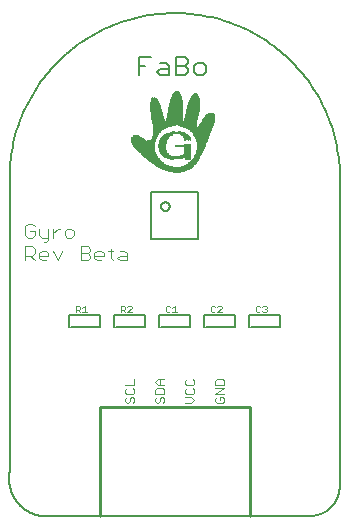
<source format=gto>
G75*
%MOIN*%
%OFA0B0*%
%FSLAX25Y25*%
%IPPOS*%
%LPD*%
%AMOC8*
5,1,8,0,0,1.08239X$1,22.5*
%
%ADD10C,0.00400*%
%ADD11C,0.00500*%
%ADD12C,0.01000*%
%ADD13R,0.00100X0.01100*%
%ADD14R,0.00100X0.01600*%
%ADD15R,0.00100X0.01900*%
%ADD16R,0.00100X0.02200*%
%ADD17R,0.00100X0.02500*%
%ADD18R,0.00100X0.02800*%
%ADD19R,0.00100X0.03100*%
%ADD20R,0.00100X0.03300*%
%ADD21R,0.00100X0.03500*%
%ADD22R,0.00100X0.03700*%
%ADD23R,0.00100X0.03800*%
%ADD24R,0.00100X0.04100*%
%ADD25R,0.00100X0.04200*%
%ADD26R,0.00100X0.04400*%
%ADD27R,0.00100X0.04500*%
%ADD28R,0.00100X0.04700*%
%ADD29R,0.00100X0.04900*%
%ADD30R,0.00100X0.05000*%
%ADD31R,0.00100X0.05100*%
%ADD32R,0.00100X0.05200*%
%ADD33R,0.00100X0.05300*%
%ADD34R,0.00100X0.05400*%
%ADD35R,0.00100X0.05500*%
%ADD36R,0.00100X0.05600*%
%ADD37R,0.00100X0.05700*%
%ADD38R,0.00100X0.05800*%
%ADD39R,0.00100X0.05900*%
%ADD40R,0.00100X0.06000*%
%ADD41R,0.00100X0.06100*%
%ADD42R,0.00100X0.06200*%
%ADD43R,0.00100X0.06300*%
%ADD44R,0.00100X0.06400*%
%ADD45R,0.00100X0.06500*%
%ADD46R,0.00100X0.06600*%
%ADD47R,0.00100X0.06700*%
%ADD48R,0.00100X0.06800*%
%ADD49R,0.00100X0.06900*%
%ADD50R,0.00100X0.07100*%
%ADD51R,0.00100X0.07200*%
%ADD52R,0.00100X0.03200*%
%ADD53R,0.00100X0.07400*%
%ADD54R,0.00100X0.07600*%
%ADD55R,0.00100X0.07800*%
%ADD56R,0.00100X0.08000*%
%ADD57R,0.00100X0.08100*%
%ADD58R,0.00100X0.07700*%
%ADD59R,0.00100X0.08300*%
%ADD60R,0.00100X0.08500*%
%ADD61R,0.00100X0.08800*%
%ADD62R,0.00100X0.09000*%
%ADD63R,0.00100X0.09100*%
%ADD64R,0.00100X0.09600*%
%ADD65R,0.00100X0.10100*%
%ADD66R,0.00100X0.10300*%
%ADD67R,0.00100X0.22300*%
%ADD68R,0.00100X0.22400*%
%ADD69R,0.00100X0.22500*%
%ADD70R,0.00100X0.15600*%
%ADD71R,0.00100X0.15000*%
%ADD72R,0.00100X0.14500*%
%ADD73R,0.00100X0.14200*%
%ADD74R,0.00100X0.13600*%
%ADD75R,0.00100X0.13300*%
%ADD76R,0.00100X0.04000*%
%ADD77R,0.00100X0.13000*%
%ADD78R,0.00100X0.12600*%
%ADD79R,0.00100X0.12400*%
%ADD80R,0.00100X0.12000*%
%ADD81R,0.00100X0.03400*%
%ADD82R,0.00100X0.11700*%
%ADD83R,0.00100X0.11400*%
%ADD84R,0.00100X0.11100*%
%ADD85R,0.00100X0.10800*%
%ADD86R,0.00100X0.03000*%
%ADD87R,0.00100X0.10500*%
%ADD88R,0.00100X0.01400*%
%ADD89R,0.00100X0.02900*%
%ADD90R,0.00100X0.09800*%
%ADD91R,0.00100X0.09500*%
%ADD92R,0.00100X0.03900*%
%ADD93R,0.00100X0.04300*%
%ADD94R,0.00100X0.02700*%
%ADD95R,0.00100X0.08200*%
%ADD96R,0.00100X0.02600*%
%ADD97R,0.00100X0.02400*%
%ADD98R,0.00100X0.04600*%
%ADD99R,0.00100X0.07000*%
%ADD100R,0.00100X0.02300*%
%ADD101R,0.00100X0.07300*%
%ADD102R,0.00100X0.02100*%
%ADD103R,0.00100X0.02000*%
%ADD104R,0.00100X0.03600*%
%ADD105R,0.00100X0.01800*%
%ADD106R,0.00100X0.01700*%
%ADD107R,0.00100X0.01500*%
%ADD108R,0.00100X0.07500*%
%ADD109R,0.00100X0.08400*%
%ADD110R,0.00100X0.08700*%
%ADD111R,0.00100X0.01300*%
%ADD112R,0.00100X0.01200*%
%ADD113R,0.00100X0.09200*%
%ADD114R,0.00100X0.09700*%
%ADD115R,0.00100X0.09900*%
%ADD116R,0.00100X0.01000*%
%ADD117R,0.00100X0.10600*%
%ADD118R,0.00100X0.10900*%
%ADD119R,0.00100X0.11000*%
%ADD120R,0.00100X0.00900*%
%ADD121R,0.00100X0.11200*%
%ADD122R,0.00100X0.11300*%
%ADD123R,0.00100X0.11500*%
%ADD124R,0.00100X0.11600*%
%ADD125R,0.00100X0.10000*%
%ADD126R,0.00100X0.09400*%
%ADD127R,0.00100X0.08900*%
%ADD128R,0.00100X0.04800*%
%ADD129R,0.00100X0.07900*%
%ADD130R,0.00100X0.00800*%
%ADD131R,0.00100X0.00500*%
%ADD132R,0.00100X0.12200*%
%ADD133R,0.00100X0.12900*%
%ADD134R,0.00100X0.13100*%
%ADD135R,0.00100X0.13400*%
%ADD136R,0.00100X0.13800*%
%ADD137R,0.00100X0.14000*%
%ADD138R,0.00100X0.14700*%
%ADD139R,0.00100X0.14900*%
%ADD140R,0.00100X0.15200*%
%ADD141R,0.00100X0.10200*%
%ADD142R,0.00100X0.08600*%
%ADD143R,0.00100X0.10700*%
%ADD144R,0.00100X0.10400*%
%ADD145R,0.00100X0.09300*%
%ADD146C,0.00600*%
%ADD147C,0.00300*%
%ADD148C,0.00200*%
D10*
X0007000Y0087000D02*
X0007000Y0091604D01*
X0009302Y0091604D01*
X0010069Y0090837D01*
X0010069Y0089302D01*
X0009302Y0088535D01*
X0007000Y0088535D01*
X0008535Y0088535D02*
X0010069Y0087000D01*
X0011604Y0087767D02*
X0011604Y0089302D01*
X0012371Y0090069D01*
X0013906Y0090069D01*
X0014673Y0089302D01*
X0014673Y0088535D01*
X0011604Y0088535D01*
X0011604Y0087767D02*
X0012371Y0087000D01*
X0013906Y0087000D01*
X0016208Y0090069D02*
X0017742Y0087000D01*
X0019277Y0090069D01*
X0020812Y0094500D02*
X0020044Y0095267D01*
X0020044Y0096802D01*
X0020812Y0097569D01*
X0022346Y0097569D01*
X0023114Y0096802D01*
X0023114Y0095267D01*
X0022346Y0094500D01*
X0020812Y0094500D01*
X0018510Y0097569D02*
X0017742Y0097569D01*
X0016208Y0096035D01*
X0016208Y0097569D02*
X0016208Y0094500D01*
X0014673Y0094500D02*
X0012371Y0094500D01*
X0011604Y0095267D01*
X0011604Y0097569D01*
X0010069Y0096802D02*
X0008535Y0096802D01*
X0010069Y0095267D02*
X0009302Y0094500D01*
X0007767Y0094500D01*
X0007000Y0095267D01*
X0007000Y0098337D01*
X0007767Y0099104D01*
X0009302Y0099104D01*
X0010069Y0098337D01*
X0010069Y0096802D02*
X0010069Y0095267D01*
X0013139Y0092965D02*
X0013906Y0092965D01*
X0014673Y0093733D01*
X0014673Y0097569D01*
X0025416Y0091604D02*
X0025416Y0087000D01*
X0027718Y0087000D01*
X0028485Y0087767D01*
X0028485Y0088535D01*
X0027718Y0089302D01*
X0025416Y0089302D01*
X0025416Y0091604D02*
X0027718Y0091604D01*
X0028485Y0090837D01*
X0028485Y0090069D01*
X0027718Y0089302D01*
X0030020Y0089302D02*
X0030020Y0087767D01*
X0030787Y0087000D01*
X0032322Y0087000D01*
X0033089Y0088535D02*
X0030020Y0088535D01*
X0030020Y0089302D02*
X0030787Y0090069D01*
X0032322Y0090069D01*
X0033089Y0089302D01*
X0033089Y0088535D01*
X0034624Y0090069D02*
X0036158Y0090069D01*
X0035391Y0090837D02*
X0035391Y0087767D01*
X0036158Y0087000D01*
X0037693Y0087767D02*
X0038460Y0088535D01*
X0040762Y0088535D01*
X0040762Y0089302D02*
X0040762Y0087000D01*
X0038460Y0087000D01*
X0037693Y0087767D01*
X0038460Y0090069D02*
X0039995Y0090069D01*
X0040762Y0089302D01*
D11*
X0011800Y0001800D02*
X0101800Y0001800D01*
X0102042Y0001803D01*
X0102283Y0001812D01*
X0102524Y0001826D01*
X0102765Y0001847D01*
X0103005Y0001873D01*
X0103245Y0001905D01*
X0103484Y0001943D01*
X0103721Y0001986D01*
X0103958Y0002036D01*
X0104193Y0002091D01*
X0104427Y0002151D01*
X0104659Y0002218D01*
X0104890Y0002289D01*
X0105119Y0002367D01*
X0105346Y0002450D01*
X0105571Y0002538D01*
X0105794Y0002632D01*
X0106014Y0002731D01*
X0106232Y0002836D01*
X0106447Y0002945D01*
X0106660Y0003060D01*
X0106870Y0003180D01*
X0107076Y0003305D01*
X0107280Y0003435D01*
X0107481Y0003570D01*
X0107678Y0003710D01*
X0107872Y0003854D01*
X0108062Y0004003D01*
X0108248Y0004157D01*
X0108431Y0004315D01*
X0108610Y0004477D01*
X0108785Y0004644D01*
X0108956Y0004815D01*
X0109123Y0004990D01*
X0109285Y0005169D01*
X0109443Y0005352D01*
X0109597Y0005538D01*
X0109746Y0005728D01*
X0109890Y0005922D01*
X0110030Y0006119D01*
X0110165Y0006320D01*
X0110295Y0006524D01*
X0110420Y0006730D01*
X0110540Y0006940D01*
X0110655Y0007153D01*
X0110764Y0007368D01*
X0110869Y0007586D01*
X0110968Y0007806D01*
X0111062Y0008029D01*
X0111150Y0008254D01*
X0111233Y0008481D01*
X0111311Y0008710D01*
X0111382Y0008941D01*
X0111449Y0009173D01*
X0111509Y0009407D01*
X0111564Y0009642D01*
X0111614Y0009879D01*
X0111657Y0010116D01*
X0111695Y0010355D01*
X0111727Y0010595D01*
X0111753Y0010835D01*
X0111774Y0011076D01*
X0111788Y0011317D01*
X0111797Y0011558D01*
X0111800Y0011800D01*
X0111800Y0111800D01*
X0091918Y0068769D02*
X0081682Y0068769D01*
X0081682Y0064831D01*
X0082076Y0064831D02*
X0091918Y0064831D01*
X0091918Y0068769D01*
X0076918Y0068769D02*
X0076918Y0064831D01*
X0067076Y0064831D01*
X0066682Y0064831D02*
X0066682Y0068769D01*
X0076918Y0068769D01*
X0061918Y0068769D02*
X0061918Y0064831D01*
X0052076Y0064831D01*
X0051682Y0064831D02*
X0051682Y0068769D01*
X0061918Y0068769D01*
X0046918Y0068769D02*
X0046918Y0064831D01*
X0037076Y0064831D01*
X0036682Y0064831D02*
X0036682Y0068769D01*
X0046918Y0068769D01*
X0031918Y0068769D02*
X0031918Y0064831D01*
X0022076Y0064831D01*
X0021682Y0064831D02*
X0021682Y0068769D01*
X0031918Y0068769D01*
X0048926Y0093926D02*
X0048926Y0109674D01*
X0064674Y0109674D01*
X0064674Y0093926D01*
X0048926Y0093926D01*
X0052230Y0104950D02*
X0052232Y0105025D01*
X0052238Y0105100D01*
X0052248Y0105174D01*
X0052262Y0105248D01*
X0052279Y0105321D01*
X0052301Y0105392D01*
X0052326Y0105463D01*
X0052355Y0105532D01*
X0052387Y0105600D01*
X0052423Y0105665D01*
X0052463Y0105729D01*
X0052506Y0105791D01*
X0052552Y0105850D01*
X0052601Y0105907D01*
X0052653Y0105961D01*
X0052707Y0106012D01*
X0052765Y0106060D01*
X0052824Y0106105D01*
X0052887Y0106147D01*
X0052951Y0106186D01*
X0053017Y0106221D01*
X0053085Y0106253D01*
X0053155Y0106281D01*
X0053225Y0106305D01*
X0053298Y0106326D01*
X0053371Y0106342D01*
X0053445Y0106355D01*
X0053519Y0106364D01*
X0053594Y0106369D01*
X0053669Y0106370D01*
X0053744Y0106367D01*
X0053818Y0106360D01*
X0053892Y0106349D01*
X0053966Y0106334D01*
X0054039Y0106316D01*
X0054110Y0106293D01*
X0054180Y0106267D01*
X0054249Y0106237D01*
X0054316Y0106204D01*
X0054382Y0106167D01*
X0054445Y0106127D01*
X0054506Y0106083D01*
X0054564Y0106036D01*
X0054620Y0105987D01*
X0054674Y0105934D01*
X0054724Y0105879D01*
X0054772Y0105821D01*
X0054816Y0105760D01*
X0054857Y0105698D01*
X0054895Y0105633D01*
X0054929Y0105566D01*
X0054960Y0105498D01*
X0054987Y0105428D01*
X0055011Y0105357D01*
X0055030Y0105284D01*
X0055046Y0105211D01*
X0055058Y0105137D01*
X0055066Y0105062D01*
X0055070Y0104987D01*
X0055070Y0104913D01*
X0055066Y0104838D01*
X0055058Y0104763D01*
X0055046Y0104689D01*
X0055030Y0104616D01*
X0055011Y0104543D01*
X0054987Y0104472D01*
X0054960Y0104402D01*
X0054929Y0104334D01*
X0054895Y0104267D01*
X0054857Y0104202D01*
X0054816Y0104140D01*
X0054772Y0104079D01*
X0054724Y0104021D01*
X0054674Y0103966D01*
X0054620Y0103913D01*
X0054564Y0103864D01*
X0054506Y0103817D01*
X0054445Y0103773D01*
X0054382Y0103733D01*
X0054316Y0103696D01*
X0054249Y0103663D01*
X0054180Y0103633D01*
X0054110Y0103607D01*
X0054039Y0103584D01*
X0053966Y0103566D01*
X0053892Y0103551D01*
X0053818Y0103540D01*
X0053744Y0103533D01*
X0053669Y0103530D01*
X0053594Y0103531D01*
X0053519Y0103536D01*
X0053445Y0103545D01*
X0053371Y0103558D01*
X0053298Y0103574D01*
X0053225Y0103595D01*
X0053155Y0103619D01*
X0053085Y0103647D01*
X0053017Y0103679D01*
X0052951Y0103714D01*
X0052887Y0103753D01*
X0052824Y0103795D01*
X0052765Y0103840D01*
X0052707Y0103888D01*
X0052653Y0103939D01*
X0052601Y0103993D01*
X0052552Y0104050D01*
X0052506Y0104109D01*
X0052463Y0104171D01*
X0052423Y0104235D01*
X0052387Y0104300D01*
X0052355Y0104368D01*
X0052326Y0104437D01*
X0052301Y0104508D01*
X0052279Y0104579D01*
X0052262Y0104652D01*
X0052248Y0104726D01*
X0052238Y0104800D01*
X0052232Y0104875D01*
X0052230Y0104950D01*
X0001800Y0116800D02*
X0001877Y0118139D01*
X0001987Y0119475D01*
X0002129Y0120808D01*
X0002304Y0122137D01*
X0002511Y0123462D01*
X0002750Y0124781D01*
X0003021Y0126095D01*
X0003324Y0127401D01*
X0003659Y0128699D01*
X0004026Y0129989D01*
X0004423Y0131269D01*
X0004852Y0132540D01*
X0005312Y0133799D01*
X0005802Y0135047D01*
X0006322Y0136283D01*
X0006872Y0137505D01*
X0007452Y0138714D01*
X0008061Y0139909D01*
X0008699Y0141088D01*
X0009366Y0142251D01*
X0010061Y0143398D01*
X0010783Y0144528D01*
X0011533Y0145639D01*
X0012309Y0146732D01*
X0013112Y0147806D01*
X0013941Y0148860D01*
X0014795Y0149893D01*
X0015675Y0150906D01*
X0016578Y0151896D01*
X0017506Y0152865D01*
X0018456Y0153810D01*
X0019430Y0154732D01*
X0020426Y0155630D01*
X0021443Y0156504D01*
X0022481Y0157352D01*
X0023539Y0158175D01*
X0024618Y0158972D01*
X0025715Y0159742D01*
X0026831Y0160486D01*
X0027964Y0161202D01*
X0029115Y0161890D01*
X0030282Y0162550D01*
X0031465Y0163182D01*
X0032663Y0163784D01*
X0033875Y0164357D01*
X0035101Y0164901D01*
X0036339Y0165414D01*
X0037590Y0165897D01*
X0038852Y0166349D01*
X0040125Y0166771D01*
X0041408Y0167162D01*
X0042699Y0167521D01*
X0044000Y0167848D01*
X0045307Y0168144D01*
X0046622Y0168408D01*
X0047943Y0168640D01*
X0049268Y0168839D01*
X0050599Y0169007D01*
X0051933Y0169141D01*
X0053270Y0169244D01*
X0054609Y0169313D01*
X0055949Y0169350D01*
X0057290Y0169355D01*
X0058630Y0169327D01*
X0059970Y0169266D01*
X0061307Y0169172D01*
X0062642Y0169046D01*
X0063973Y0168888D01*
X0065300Y0168697D01*
X0066623Y0168474D01*
X0067939Y0168218D01*
X0069248Y0167931D01*
X0070551Y0167612D01*
X0071845Y0167262D01*
X0073130Y0166879D01*
X0074406Y0166466D01*
X0075671Y0166022D01*
X0076925Y0165547D01*
X0078167Y0165042D01*
X0079396Y0164507D01*
X0080612Y0163941D01*
X0081813Y0163347D01*
X0083000Y0162723D01*
X0084172Y0162071D01*
X0085327Y0161390D01*
X0086465Y0160682D01*
X0087586Y0159945D01*
X0088688Y0159182D01*
X0089772Y0158392D01*
X0090836Y0157576D01*
X0091879Y0156735D01*
X0092902Y0155868D01*
X0093904Y0154977D01*
X0094883Y0154061D01*
X0095840Y0153122D01*
X0096774Y0152160D01*
X0097684Y0151175D01*
X0098570Y0150169D01*
X0099431Y0149141D01*
X0100267Y0148092D01*
X0101077Y0147024D01*
X0101860Y0145936D01*
X0102617Y0144829D01*
X0103347Y0143705D01*
X0104049Y0142562D01*
X0104724Y0141403D01*
X0105369Y0140228D01*
X0105986Y0139038D01*
X0106574Y0137833D01*
X0107133Y0136614D01*
X0107661Y0135382D01*
X0108159Y0134137D01*
X0108627Y0132880D01*
X0109064Y0131613D01*
X0109470Y0130335D01*
X0109845Y0129048D01*
X0110188Y0127752D01*
X0110500Y0126447D01*
X0110780Y0125136D01*
X0111028Y0123819D01*
X0111244Y0122495D01*
X0111427Y0121167D01*
X0111578Y0119835D01*
X0111697Y0118499D01*
X0111783Y0117161D01*
X0111836Y0115821D01*
X0111857Y0114481D01*
X0111845Y0113140D01*
X0111800Y0111800D01*
X0001800Y0016800D02*
X0001743Y0016497D01*
X0001693Y0016193D01*
X0001651Y0015888D01*
X0001617Y0015582D01*
X0001589Y0015275D01*
X0001569Y0014968D01*
X0001557Y0014660D01*
X0001552Y0014352D01*
X0001555Y0014044D01*
X0001564Y0013736D01*
X0001582Y0013428D01*
X0001607Y0013121D01*
X0001639Y0012815D01*
X0001678Y0012509D01*
X0001725Y0012205D01*
X0001780Y0011902D01*
X0001841Y0011600D01*
X0001910Y0011300D01*
X0001986Y0011001D01*
X0002070Y0010704D01*
X0002160Y0010410D01*
X0002258Y0010118D01*
X0002362Y0009828D01*
X0002474Y0009541D01*
X0002592Y0009256D01*
X0002717Y0008975D01*
X0002849Y0008697D01*
X0002988Y0008422D01*
X0003134Y0008150D01*
X0003285Y0007882D01*
X0003444Y0007618D01*
X0003608Y0007357D01*
X0003779Y0007101D01*
X0003956Y0006849D01*
X0004139Y0006601D01*
X0004328Y0006358D01*
X0004523Y0006119D01*
X0004724Y0005885D01*
X0004930Y0005656D01*
X0005141Y0005433D01*
X0005358Y0005214D01*
X0005581Y0005000D01*
X0005808Y0004792D01*
X0006040Y0004590D01*
X0006277Y0004393D01*
X0006519Y0004202D01*
X0006765Y0004017D01*
X0007016Y0003838D01*
X0007271Y0003665D01*
X0007530Y0003498D01*
X0007793Y0003338D01*
X0008059Y0003184D01*
X0008330Y0003036D01*
X0008604Y0002895D01*
X0008881Y0002761D01*
X0009161Y0002634D01*
X0009445Y0002513D01*
X0009731Y0002399D01*
X0010020Y0002292D01*
X0010311Y0002192D01*
X0010605Y0002099D01*
X0010901Y0002013D01*
X0011199Y0001935D01*
X0011499Y0001864D01*
X0011800Y0001800D01*
X0001800Y0016800D02*
X0001800Y0116800D01*
D12*
X0031800Y0038050D02*
X0081800Y0038050D01*
X0081800Y0001800D01*
X0031800Y0001800D02*
X0031800Y0038050D01*
D13*
X0056153Y0121009D03*
X0056253Y0121009D03*
X0056353Y0121009D03*
X0056453Y0121009D03*
X0056553Y0121009D03*
X0059153Y0121309D03*
X0059353Y0121409D03*
X0059453Y0121509D03*
X0059553Y0121509D03*
X0059253Y0129209D03*
X0059153Y0129209D03*
X0059053Y0129209D03*
X0058753Y0129309D03*
X0056153Y0129209D03*
X0056053Y0129209D03*
X0055853Y0129109D03*
X0048853Y0138009D03*
X0042453Y0127109D03*
D14*
X0042553Y0127059D03*
X0054953Y0128659D03*
X0055053Y0128759D03*
X0059853Y0128859D03*
X0061753Y0127759D03*
X0060153Y0122059D03*
X0054953Y0121459D03*
X0054853Y0121559D03*
X0059553Y0138759D03*
D15*
X0059953Y0132309D03*
X0060053Y0128609D03*
X0061453Y0127909D03*
X0060253Y0122209D03*
X0055853Y0117309D03*
X0055753Y0117309D03*
X0054653Y0128409D03*
X0054753Y0128509D03*
X0042653Y0127009D03*
D16*
X0042753Y0126959D03*
X0054353Y0121959D03*
X0053253Y0118259D03*
X0053453Y0118159D03*
X0053553Y0118059D03*
X0053653Y0118059D03*
X0053753Y0117959D03*
X0058253Y0117159D03*
X0059353Y0117359D03*
X0059753Y0117459D03*
X0059953Y0117559D03*
X0060053Y0117559D03*
X0060153Y0117659D03*
X0060253Y0117659D03*
X0060353Y0117659D03*
X0060453Y0117759D03*
X0060553Y0117759D03*
X0060753Y0117859D03*
X0060953Y0117959D03*
X0060953Y0128059D03*
X0061053Y0128059D03*
D17*
X0060453Y0128209D03*
X0060353Y0128209D03*
X0060153Y0132509D03*
X0053753Y0132109D03*
X0054253Y0127909D03*
X0052453Y0118709D03*
X0052653Y0118609D03*
X0062153Y0118709D03*
X0062253Y0118809D03*
X0062453Y0118909D03*
X0042853Y0126909D03*
D18*
X0042953Y0126859D03*
X0051953Y0119059D03*
X0052053Y0119059D03*
X0054153Y0127759D03*
X0060253Y0132659D03*
X0063353Y0119859D03*
X0063253Y0119759D03*
X0063153Y0119659D03*
D19*
X0063653Y0120309D03*
X0054353Y0132709D03*
X0051653Y0119409D03*
X0043053Y0126809D03*
D20*
X0043153Y0126809D03*
D21*
X0043253Y0126709D03*
X0051053Y0120009D03*
X0053353Y0132409D03*
D22*
X0050953Y0120109D03*
X0043353Y0126709D03*
X0064153Y0121209D03*
D23*
X0064253Y0121459D03*
X0060453Y0133059D03*
X0053953Y0127159D03*
X0050853Y0120259D03*
X0043453Y0126659D03*
X0069853Y0133959D03*
D24*
X0069753Y0133909D03*
X0065153Y0138909D03*
X0043553Y0126609D03*
D25*
X0043653Y0126559D03*
X0050653Y0120559D03*
X0053153Y0132659D03*
X0064153Y0129059D03*
D26*
X0060353Y0123359D03*
X0054553Y0133459D03*
X0050553Y0120759D03*
X0043853Y0126459D03*
X0043753Y0126459D03*
D27*
X0043953Y0126409D03*
X0064253Y0128909D03*
X0064453Y0122109D03*
D28*
X0060453Y0123209D03*
X0052153Y0125009D03*
X0050453Y0120909D03*
X0044053Y0126309D03*
D29*
X0044153Y0126309D03*
X0044253Y0126209D03*
X0049053Y0137809D03*
X0054653Y0133809D03*
X0064353Y0128709D03*
X0065053Y0138809D03*
D30*
X0069453Y0133559D03*
X0060553Y0123059D03*
X0052953Y0132859D03*
X0044353Y0126159D03*
X0050353Y0121159D03*
D31*
X0052253Y0125009D03*
X0044453Y0126109D03*
X0060653Y0123009D03*
X0060753Y0123009D03*
X0060853Y0123009D03*
X0060953Y0123009D03*
X0061053Y0123009D03*
X0061153Y0123009D03*
X0061253Y0123009D03*
X0061353Y0123009D03*
X0061453Y0123009D03*
X0061553Y0123009D03*
X0061653Y0123009D03*
X0061753Y0123009D03*
X0061853Y0123009D03*
X0061953Y0123009D03*
X0062053Y0123009D03*
X0062153Y0123009D03*
X0062253Y0123009D03*
X0062353Y0123009D03*
D32*
X0044553Y0126059D03*
D33*
X0044653Y0126009D03*
X0060753Y0133609D03*
X0069353Y0133409D03*
D34*
X0054753Y0134059D03*
X0052353Y0124959D03*
X0045053Y0125759D03*
X0044953Y0125859D03*
X0044853Y0125859D03*
X0044753Y0125959D03*
D35*
X0045153Y0125709D03*
X0045253Y0125609D03*
X0045353Y0125509D03*
X0045453Y0125409D03*
X0050253Y0121509D03*
X0052853Y0133009D03*
X0069253Y0133309D03*
D36*
X0064453Y0128359D03*
X0046253Y0124759D03*
X0046153Y0124859D03*
X0045853Y0125059D03*
X0045753Y0125159D03*
X0045653Y0125259D03*
X0045553Y0125359D03*
D37*
X0045953Y0125009D03*
X0046053Y0124909D03*
X0046353Y0124709D03*
X0046453Y0124609D03*
X0046553Y0124509D03*
X0046653Y0124409D03*
X0046753Y0124409D03*
X0052453Y0125009D03*
X0064953Y0138709D03*
X0069153Y0133209D03*
D38*
X0060853Y0133859D03*
X0047153Y0124059D03*
X0047053Y0124159D03*
X0046953Y0124159D03*
X0046853Y0124259D03*
D39*
X0047253Y0124009D03*
X0052553Y0125009D03*
X0049153Y0137709D03*
D40*
X0052753Y0133259D03*
X0054853Y0134359D03*
X0047353Y0123959D03*
X0069053Y0133059D03*
D41*
X0052653Y0125009D03*
X0047553Y0123809D03*
X0047453Y0123909D03*
D42*
X0047653Y0123759D03*
X0047753Y0123759D03*
D43*
X0047853Y0123709D03*
X0052753Y0125009D03*
X0064853Y0138609D03*
X0068953Y0132909D03*
D44*
X0047953Y0123659D03*
D45*
X0048053Y0123609D03*
X0052853Y0125009D03*
X0052653Y0133409D03*
X0049253Y0137609D03*
D46*
X0054953Y0134759D03*
X0060953Y0134159D03*
X0068853Y0132759D03*
X0048253Y0123559D03*
X0048153Y0123559D03*
D47*
X0048353Y0123509D03*
X0052953Y0125009D03*
D48*
X0048453Y0123459D03*
X0064753Y0138459D03*
X0068753Y0132659D03*
D49*
X0052553Y0133509D03*
X0053053Y0125009D03*
X0048553Y0123409D03*
D50*
X0048653Y0123409D03*
X0048753Y0123409D03*
X0049353Y0137409D03*
X0061053Y0134309D03*
D51*
X0068553Y0132359D03*
X0053253Y0125059D03*
X0048853Y0123359D03*
D52*
X0051353Y0119659D03*
X0051453Y0119559D03*
X0054053Y0127559D03*
X0053453Y0132359D03*
X0048953Y0137959D03*
X0063953Y0120759D03*
X0063853Y0120559D03*
X0063753Y0120459D03*
D53*
X0053453Y0125059D03*
X0048953Y0123359D03*
X0052453Y0133659D03*
D54*
X0053553Y0125059D03*
X0049053Y0123359D03*
X0061153Y0134559D03*
X0068453Y0132159D03*
D55*
X0068353Y0132059D03*
X0053753Y0125059D03*
X0049153Y0123359D03*
X0052353Y0133759D03*
D56*
X0055353Y0135559D03*
X0053853Y0125059D03*
X0049253Y0123359D03*
D57*
X0049353Y0123409D03*
D58*
X0053653Y0125009D03*
X0055253Y0135409D03*
X0049453Y0137209D03*
X0064653Y0138309D03*
D59*
X0061353Y0134809D03*
X0049453Y0123509D03*
D60*
X0049553Y0136909D03*
D61*
X0052153Y0134059D03*
X0049553Y0123559D03*
X0067853Y0131259D03*
D62*
X0055653Y0136159D03*
X0049653Y0136659D03*
D63*
X0052053Y0134109D03*
X0049653Y0123709D03*
X0064353Y0137909D03*
X0067753Y0131109D03*
D64*
X0067453Y0130659D03*
X0064253Y0137759D03*
X0049753Y0136459D03*
X0049753Y0123859D03*
D65*
X0051753Y0134309D03*
X0049853Y0136209D03*
X0056153Y0136809D03*
X0061853Y0135309D03*
X0067153Y0130109D03*
X0067053Y0129909D03*
D66*
X0066853Y0129509D03*
X0061953Y0135409D03*
X0059053Y0136809D03*
X0056253Y0136909D03*
X0049853Y0124109D03*
D67*
X0049953Y0130109D03*
D68*
X0050053Y0130059D03*
D69*
X0050153Y0130009D03*
D70*
X0050253Y0133459D03*
D71*
X0050353Y0133759D03*
D72*
X0050453Y0133909D03*
X0063653Y0135409D03*
D73*
X0063553Y0135459D03*
X0050553Y0134059D03*
D74*
X0050653Y0134159D03*
X0063253Y0135559D03*
D75*
X0050753Y0134209D03*
D76*
X0053253Y0132559D03*
X0050753Y0120359D03*
X0064053Y0129359D03*
X0064353Y0121759D03*
D77*
X0050853Y0134259D03*
D78*
X0050953Y0134359D03*
X0062853Y0135659D03*
D79*
X0062753Y0135659D03*
X0051053Y0134359D03*
D80*
X0051153Y0134359D03*
X0062553Y0135659D03*
D81*
X0060353Y0132859D03*
X0051853Y0124959D03*
X0051153Y0119859D03*
X0051253Y0119759D03*
X0064053Y0120959D03*
X0069953Y0134059D03*
D82*
X0062453Y0135609D03*
X0051253Y0134409D03*
D83*
X0051353Y0134359D03*
X0057153Y0137559D03*
X0057253Y0137559D03*
X0062353Y0135559D03*
D84*
X0064053Y0137209D03*
X0058453Y0137309D03*
X0056853Y0137409D03*
X0051453Y0134409D03*
X0064753Y0125909D03*
X0064853Y0126009D03*
X0064953Y0126209D03*
X0065053Y0126309D03*
D85*
X0065753Y0127459D03*
X0065853Y0127659D03*
X0065953Y0127859D03*
X0066053Y0128059D03*
X0058753Y0137059D03*
X0056553Y0137159D03*
X0051553Y0134359D03*
D86*
X0059553Y0132959D03*
X0070053Y0134159D03*
X0051753Y0119259D03*
X0051553Y0119459D03*
D87*
X0051653Y0134309D03*
X0056353Y0137009D03*
X0058953Y0136909D03*
X0066653Y0129209D03*
D88*
X0061953Y0127659D03*
X0059753Y0128959D03*
X0055453Y0128959D03*
X0051653Y0124959D03*
X0055153Y0121359D03*
X0055253Y0121359D03*
X0055353Y0121259D03*
X0055453Y0121259D03*
X0059853Y0121759D03*
X0059953Y0121859D03*
D89*
X0063453Y0120009D03*
X0063553Y0120109D03*
X0054053Y0122409D03*
X0051753Y0125009D03*
X0051853Y0119209D03*
X0053553Y0132209D03*
D90*
X0051853Y0134259D03*
X0061753Y0135259D03*
X0067253Y0130259D03*
D91*
X0061653Y0135209D03*
X0055853Y0136409D03*
X0051953Y0134209D03*
D92*
X0054453Y0133209D03*
X0051953Y0125009D03*
D93*
X0052053Y0125009D03*
X0060553Y0133209D03*
X0069653Y0133809D03*
D94*
X0063053Y0119509D03*
X0062953Y0119409D03*
X0062853Y0119309D03*
X0062753Y0119209D03*
X0052153Y0119009D03*
X0053653Y0132209D03*
D95*
X0052253Y0133859D03*
X0064553Y0138159D03*
X0068153Y0131759D03*
D96*
X0060253Y0128259D03*
X0054253Y0132459D03*
X0054153Y0122259D03*
X0052253Y0118859D03*
X0052353Y0118759D03*
X0052553Y0118659D03*
X0062553Y0119059D03*
X0062653Y0119159D03*
D97*
X0062353Y0118859D03*
X0062053Y0118659D03*
X0061953Y0118559D03*
X0061853Y0118459D03*
X0061753Y0118359D03*
X0061653Y0118359D03*
X0060653Y0128159D03*
X0060553Y0128159D03*
X0059653Y0132659D03*
X0054353Y0128059D03*
X0052753Y0118559D03*
X0052853Y0118459D03*
X0052953Y0118359D03*
X0053053Y0118359D03*
D98*
X0053053Y0132759D03*
D99*
X0055053Y0134959D03*
X0053153Y0125059D03*
X0068653Y0132559D03*
D100*
X0070153Y0134309D03*
X0060853Y0128109D03*
X0060753Y0128109D03*
X0061553Y0118309D03*
X0061453Y0118209D03*
X0061353Y0118209D03*
X0061253Y0118109D03*
X0061153Y0118109D03*
X0061053Y0118009D03*
X0060853Y0117909D03*
X0060653Y0117809D03*
X0053353Y0118209D03*
X0053153Y0118309D03*
X0054253Y0122109D03*
X0054153Y0132209D03*
D101*
X0053353Y0125009D03*
D102*
X0054453Y0128209D03*
X0054553Y0128309D03*
X0053853Y0132009D03*
X0060053Y0132409D03*
X0060153Y0128509D03*
X0061153Y0128009D03*
X0061253Y0128009D03*
X0059853Y0117509D03*
X0059653Y0117409D03*
X0059553Y0117409D03*
X0059453Y0117409D03*
X0059253Y0117309D03*
X0059153Y0117309D03*
X0059053Y0117309D03*
X0058953Y0117209D03*
X0058853Y0117209D03*
X0058753Y0117209D03*
X0058653Y0117209D03*
X0058553Y0117209D03*
X0058453Y0117209D03*
X0058353Y0117209D03*
X0058153Y0117109D03*
X0058053Y0117109D03*
X0057953Y0117109D03*
X0057853Y0117109D03*
X0057753Y0117109D03*
X0057653Y0117109D03*
X0057553Y0117109D03*
X0057453Y0117109D03*
X0057353Y0117109D03*
X0057253Y0117109D03*
X0057153Y0117109D03*
X0056553Y0117209D03*
X0056453Y0117209D03*
X0054753Y0117609D03*
X0054453Y0117709D03*
X0054353Y0117709D03*
X0054153Y0117809D03*
X0054053Y0117809D03*
X0053953Y0117909D03*
X0053853Y0117909D03*
D103*
X0054253Y0117759D03*
X0054553Y0117659D03*
X0054653Y0117659D03*
X0054853Y0117559D03*
X0054953Y0117559D03*
X0055053Y0117459D03*
X0055153Y0117459D03*
X0055253Y0117459D03*
X0055353Y0117459D03*
X0055453Y0117359D03*
X0055553Y0117359D03*
X0055653Y0117359D03*
X0055953Y0117259D03*
X0056053Y0117259D03*
X0056153Y0117259D03*
X0056253Y0117259D03*
X0056353Y0117259D03*
X0056653Y0117159D03*
X0056753Y0117159D03*
X0056853Y0117159D03*
X0056953Y0117159D03*
X0057053Y0117159D03*
X0054453Y0121859D03*
X0061353Y0127959D03*
X0059753Y0132459D03*
X0053953Y0131959D03*
D104*
X0053953Y0122859D03*
D105*
X0054553Y0121759D03*
X0054653Y0121659D03*
X0054853Y0128559D03*
X0054053Y0131959D03*
X0061553Y0127859D03*
D106*
X0061653Y0127809D03*
X0059953Y0128809D03*
X0059853Y0132209D03*
X0054753Y0121609D03*
D107*
X0055053Y0121409D03*
X0060053Y0121909D03*
X0061853Y0127709D03*
X0055353Y0128909D03*
X0055253Y0128809D03*
X0055153Y0128809D03*
X0070253Y0134409D03*
D108*
X0055153Y0135209D03*
D109*
X0055453Y0135759D03*
X0068053Y0131659D03*
D110*
X0055553Y0136009D03*
D111*
X0055553Y0129009D03*
X0059553Y0129009D03*
X0059653Y0129009D03*
X0059753Y0121609D03*
X0055553Y0121209D03*
D112*
X0055653Y0121159D03*
X0055753Y0121159D03*
X0055853Y0121159D03*
X0055953Y0121059D03*
X0056053Y0121059D03*
X0059653Y0121559D03*
X0062053Y0127559D03*
X0059453Y0129059D03*
X0059353Y0129159D03*
X0055953Y0129159D03*
X0055753Y0129059D03*
X0055653Y0129059D03*
D113*
X0055753Y0136259D03*
X0061553Y0135059D03*
X0067653Y0130959D03*
D114*
X0067353Y0130409D03*
X0055953Y0136509D03*
D115*
X0056053Y0136709D03*
X0059253Y0136509D03*
D116*
X0058653Y0129359D03*
X0058553Y0129359D03*
X0058453Y0129359D03*
X0058353Y0129359D03*
X0058853Y0129259D03*
X0058953Y0129259D03*
X0056753Y0129359D03*
X0056653Y0129359D03*
X0056553Y0129359D03*
X0056453Y0129259D03*
X0056353Y0129259D03*
X0056253Y0129259D03*
X0062153Y0127459D03*
X0059253Y0121359D03*
X0059053Y0121259D03*
X0058953Y0121259D03*
X0058853Y0121259D03*
X0058753Y0121159D03*
X0058653Y0121159D03*
X0058453Y0121059D03*
X0058353Y0121059D03*
X0058253Y0121059D03*
X0058153Y0121059D03*
X0058053Y0121059D03*
X0057853Y0120959D03*
X0057753Y0120959D03*
X0057653Y0120959D03*
X0057553Y0120959D03*
X0057453Y0120959D03*
X0057353Y0120959D03*
X0057253Y0120959D03*
X0057153Y0120959D03*
X0057053Y0120959D03*
X0056953Y0120959D03*
X0056853Y0120959D03*
X0056753Y0120959D03*
X0056653Y0120959D03*
D117*
X0066353Y0128659D03*
X0066453Y0128859D03*
X0066553Y0128959D03*
X0062053Y0135459D03*
X0058853Y0136959D03*
X0056453Y0137059D03*
D118*
X0056653Y0137309D03*
X0058653Y0137209D03*
X0062153Y0135509D03*
X0065653Y0127309D03*
X0065553Y0127109D03*
X0065453Y0127009D03*
X0065353Y0126809D03*
D119*
X0065253Y0126659D03*
X0065153Y0126459D03*
X0058553Y0137259D03*
X0056753Y0137359D03*
D120*
X0056853Y0129409D03*
X0056953Y0129409D03*
X0057053Y0129409D03*
X0057153Y0129409D03*
X0057253Y0129409D03*
X0057353Y0129409D03*
X0057453Y0129409D03*
X0057553Y0129409D03*
X0057653Y0129409D03*
X0057753Y0129409D03*
X0057853Y0129409D03*
X0057953Y0129409D03*
X0058053Y0129409D03*
X0058153Y0129409D03*
X0058253Y0129409D03*
X0058253Y0125109D03*
X0058353Y0125109D03*
X0058453Y0125109D03*
X0058553Y0125109D03*
X0058653Y0125109D03*
X0058753Y0125109D03*
X0058853Y0125109D03*
X0058953Y0125109D03*
X0059053Y0125109D03*
X0059153Y0125109D03*
X0059253Y0125109D03*
X0059353Y0125109D03*
X0059453Y0125109D03*
X0059553Y0125109D03*
X0059653Y0125109D03*
X0059753Y0125109D03*
X0059853Y0125109D03*
X0059953Y0125109D03*
X0060053Y0125109D03*
X0060153Y0125109D03*
X0060253Y0125109D03*
X0058153Y0125109D03*
X0058053Y0125109D03*
X0057953Y0125109D03*
X0057853Y0125109D03*
X0057753Y0125109D03*
X0057653Y0125109D03*
X0057553Y0125109D03*
X0057453Y0125109D03*
X0057353Y0125109D03*
X0057253Y0125109D03*
X0057153Y0125109D03*
X0057953Y0121009D03*
X0058553Y0121109D03*
D121*
X0064653Y0125759D03*
X0062253Y0135559D03*
X0058353Y0137359D03*
X0056953Y0137459D03*
D122*
X0057053Y0137509D03*
X0058253Y0137409D03*
X0064553Y0125609D03*
D123*
X0058153Y0137509D03*
X0058053Y0137609D03*
X0057953Y0137609D03*
X0057553Y0137609D03*
X0057453Y0137609D03*
X0057353Y0137609D03*
D124*
X0057653Y0137659D03*
X0057753Y0137659D03*
X0057853Y0137659D03*
D125*
X0059153Y0136659D03*
D126*
X0059353Y0136259D03*
D127*
X0059453Y0136009D03*
X0061453Y0135009D03*
D128*
X0060653Y0133459D03*
X0069553Y0133659D03*
D129*
X0068253Y0131909D03*
X0061253Y0134709D03*
D130*
X0062253Y0127359D03*
D131*
X0062353Y0127209D03*
D132*
X0062653Y0135659D03*
D133*
X0062953Y0135709D03*
D134*
X0063053Y0135709D03*
D135*
X0063153Y0135659D03*
D136*
X0063353Y0135559D03*
D137*
X0063453Y0135559D03*
D138*
X0063753Y0135309D03*
D139*
X0063853Y0135209D03*
D140*
X0063953Y0135159D03*
D141*
X0064153Y0137559D03*
X0066953Y0129759D03*
D142*
X0067953Y0131459D03*
X0064453Y0138059D03*
D143*
X0066253Y0128409D03*
X0066153Y0128209D03*
D144*
X0066753Y0129359D03*
D145*
X0067553Y0130809D03*
D146*
X0066180Y0148800D02*
X0064178Y0148800D01*
X0063177Y0149801D01*
X0063177Y0151803D01*
X0064178Y0152803D01*
X0066180Y0152803D01*
X0067181Y0151803D01*
X0067181Y0149801D01*
X0066180Y0148800D01*
X0061103Y0149801D02*
X0060103Y0148800D01*
X0057100Y0148800D01*
X0057100Y0154805D01*
X0060103Y0154805D01*
X0061103Y0153804D01*
X0061103Y0152803D01*
X0060103Y0151803D01*
X0057100Y0151803D01*
X0055026Y0151803D02*
X0055026Y0148800D01*
X0052024Y0148800D01*
X0051023Y0149801D01*
X0052024Y0150802D01*
X0055026Y0150802D01*
X0055026Y0151803D02*
X0054025Y0152803D01*
X0052024Y0152803D01*
X0048949Y0154805D02*
X0044946Y0154805D01*
X0044946Y0148800D01*
X0044946Y0151803D02*
X0046947Y0151803D01*
X0060103Y0151803D02*
X0061103Y0150802D01*
X0061103Y0149801D01*
D147*
X0060831Y0047278D02*
X0060348Y0046794D01*
X0060348Y0045827D01*
X0060831Y0045343D01*
X0062766Y0045343D01*
X0063250Y0045827D01*
X0063250Y0046794D01*
X0062766Y0047278D01*
X0062766Y0044331D02*
X0063250Y0043848D01*
X0063250Y0042880D01*
X0062766Y0042397D01*
X0060831Y0042397D01*
X0060348Y0042880D01*
X0060348Y0043848D01*
X0060831Y0044331D01*
X0060348Y0041385D02*
X0062283Y0041385D01*
X0063250Y0040417D01*
X0062283Y0039450D01*
X0060348Y0039450D01*
X0053250Y0039934D02*
X0052766Y0039450D01*
X0053250Y0039934D02*
X0053250Y0040901D01*
X0052766Y0041385D01*
X0052283Y0041385D01*
X0051799Y0040901D01*
X0051799Y0039934D01*
X0051315Y0039450D01*
X0050831Y0039450D01*
X0050348Y0039934D01*
X0050348Y0040901D01*
X0050831Y0041385D01*
X0050348Y0042397D02*
X0050348Y0043848D01*
X0050831Y0044331D01*
X0052766Y0044331D01*
X0053250Y0043848D01*
X0053250Y0042397D01*
X0050348Y0042397D01*
X0051315Y0045343D02*
X0050348Y0046311D01*
X0051315Y0047278D01*
X0053250Y0047278D01*
X0053250Y0045343D02*
X0051315Y0045343D01*
X0051799Y0045343D02*
X0051799Y0047278D01*
X0043250Y0047278D02*
X0043250Y0045343D01*
X0040348Y0045343D01*
X0040831Y0044331D02*
X0040348Y0043848D01*
X0040348Y0042880D01*
X0040831Y0042397D01*
X0042766Y0042397D01*
X0043250Y0042880D01*
X0043250Y0043848D01*
X0042766Y0044331D01*
X0042766Y0041385D02*
X0043250Y0040901D01*
X0043250Y0039934D01*
X0042766Y0039450D01*
X0041799Y0039934D02*
X0041799Y0040901D01*
X0042283Y0041385D01*
X0042766Y0041385D01*
X0041799Y0039934D02*
X0041315Y0039450D01*
X0040831Y0039450D01*
X0040348Y0039934D01*
X0040348Y0040901D01*
X0040831Y0041385D01*
X0070348Y0040901D02*
X0070348Y0039934D01*
X0070831Y0039450D01*
X0072766Y0039450D01*
X0073250Y0039934D01*
X0073250Y0040901D01*
X0072766Y0041385D01*
X0071799Y0041385D01*
X0071799Y0040417D01*
X0070831Y0041385D02*
X0070348Y0040901D01*
X0070348Y0042397D02*
X0073250Y0044331D01*
X0070348Y0044331D01*
X0070348Y0045343D02*
X0070348Y0046794D01*
X0070831Y0047278D01*
X0072766Y0047278D01*
X0073250Y0046794D01*
X0073250Y0045343D01*
X0070348Y0045343D01*
X0070348Y0042397D02*
X0073250Y0042397D01*
D148*
X0072460Y0069656D02*
X0070992Y0069656D01*
X0072460Y0071124D01*
X0072460Y0071491D01*
X0072093Y0071858D01*
X0071359Y0071858D01*
X0070992Y0071491D01*
X0070250Y0071491D02*
X0069883Y0071858D01*
X0069149Y0071858D01*
X0068782Y0071491D01*
X0068782Y0070023D01*
X0069149Y0069656D01*
X0069883Y0069656D01*
X0070250Y0070023D01*
X0057460Y0069656D02*
X0055992Y0069656D01*
X0056726Y0069656D02*
X0056726Y0071858D01*
X0055992Y0071124D01*
X0055250Y0071491D02*
X0054883Y0071858D01*
X0054149Y0071858D01*
X0053782Y0071491D01*
X0053782Y0070023D01*
X0054149Y0069656D01*
X0054883Y0069656D01*
X0055250Y0070023D01*
X0042460Y0069656D02*
X0040992Y0069656D01*
X0042460Y0071124D01*
X0042460Y0071491D01*
X0042093Y0071858D01*
X0041359Y0071858D01*
X0040992Y0071491D01*
X0040250Y0071491D02*
X0040250Y0070757D01*
X0039883Y0070390D01*
X0038782Y0070390D01*
X0039516Y0070390D02*
X0040250Y0069656D01*
X0038782Y0069656D02*
X0038782Y0071858D01*
X0039883Y0071858D01*
X0040250Y0071491D01*
X0027460Y0069656D02*
X0025992Y0069656D01*
X0026726Y0069656D02*
X0026726Y0071858D01*
X0025992Y0071124D01*
X0025250Y0071491D02*
X0025250Y0070757D01*
X0024883Y0070390D01*
X0023782Y0070390D01*
X0024516Y0070390D02*
X0025250Y0069656D01*
X0023782Y0069656D02*
X0023782Y0071858D01*
X0024883Y0071858D01*
X0025250Y0071491D01*
X0083782Y0071491D02*
X0083782Y0070023D01*
X0084149Y0069656D01*
X0084883Y0069656D01*
X0085250Y0070023D01*
X0085992Y0070023D02*
X0086359Y0069656D01*
X0087093Y0069656D01*
X0087460Y0070023D01*
X0087460Y0070390D01*
X0087093Y0070757D01*
X0086726Y0070757D01*
X0087093Y0070757D02*
X0087460Y0071124D01*
X0087460Y0071491D01*
X0087093Y0071858D01*
X0086359Y0071858D01*
X0085992Y0071491D01*
X0085250Y0071491D02*
X0084883Y0071858D01*
X0084149Y0071858D01*
X0083782Y0071491D01*
M02*

</source>
